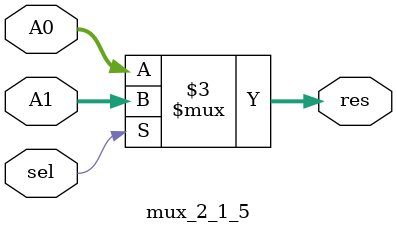
<source format=v>
`timescale 1ns / 1ps
module mux_2_1_5(A0,A1,sel,res);
	input sel;
	output reg [4:0] res;
	input [4:0] A0,A1;
	always @(*)
	begin
		if(sel)
		begin
			res = A1;
		end
		else
		begin
			res = A0;
		end
	end

endmodule

</source>
